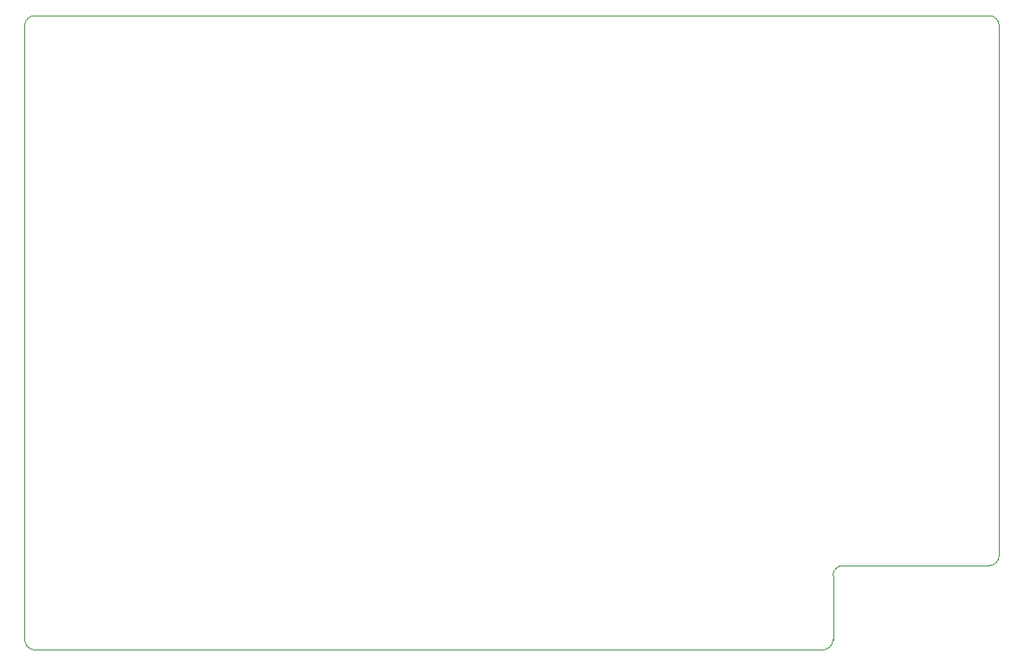
<source format=gbr>
%TF.GenerationSoftware,KiCad,Pcbnew,9.0.0*%
%TF.CreationDate,2025-05-06T12:07:41+02:00*%
%TF.ProjectId,Processing_board,50726f63-6573-4736-996e-675f626f6172,rev?*%
%TF.SameCoordinates,Original*%
%TF.FileFunction,Profile,NP*%
%FSLAX46Y46*%
G04 Gerber Fmt 4.6, Leading zero omitted, Abs format (unit mm)*
G04 Created by KiCad (PCBNEW 9.0.0) date 2025-05-06 12:07:41*
%MOMM*%
%LPD*%
G01*
G04 APERTURE LIST*
%TA.AperFunction,Profile*%
%ADD10C,0.050000*%
%TD*%
G04 APERTURE END LIST*
D10*
X173000000Y-119750000D02*
X158750000Y-119750000D01*
X157750000Y-127000000D02*
G75*
G02*
X156750000Y-128000000I-1000000J0D01*
G01*
X173000000Y-66000000D02*
G75*
G02*
X174000000Y-67000000I0J-1000000D01*
G01*
X174000000Y-67000000D02*
X174000000Y-118750000D01*
X157750000Y-120750000D02*
X157750000Y-127000000D01*
X174000000Y-118750000D02*
G75*
G02*
X173000000Y-119750000I-1000000J0D01*
G01*
X78750000Y-67000000D02*
G75*
G02*
X79750000Y-66000000I1000000J0D01*
G01*
X78750000Y-127000000D02*
X78750000Y-67000000D01*
X79750000Y-66000000D02*
X173000000Y-66000000D01*
X79750000Y-128000000D02*
G75*
G02*
X78750000Y-127000000I0J1000000D01*
G01*
X157750000Y-120750000D02*
G75*
G02*
X158750000Y-119750000I1000000J0D01*
G01*
X156750000Y-128000000D02*
X79750000Y-128000000D01*
M02*

</source>
